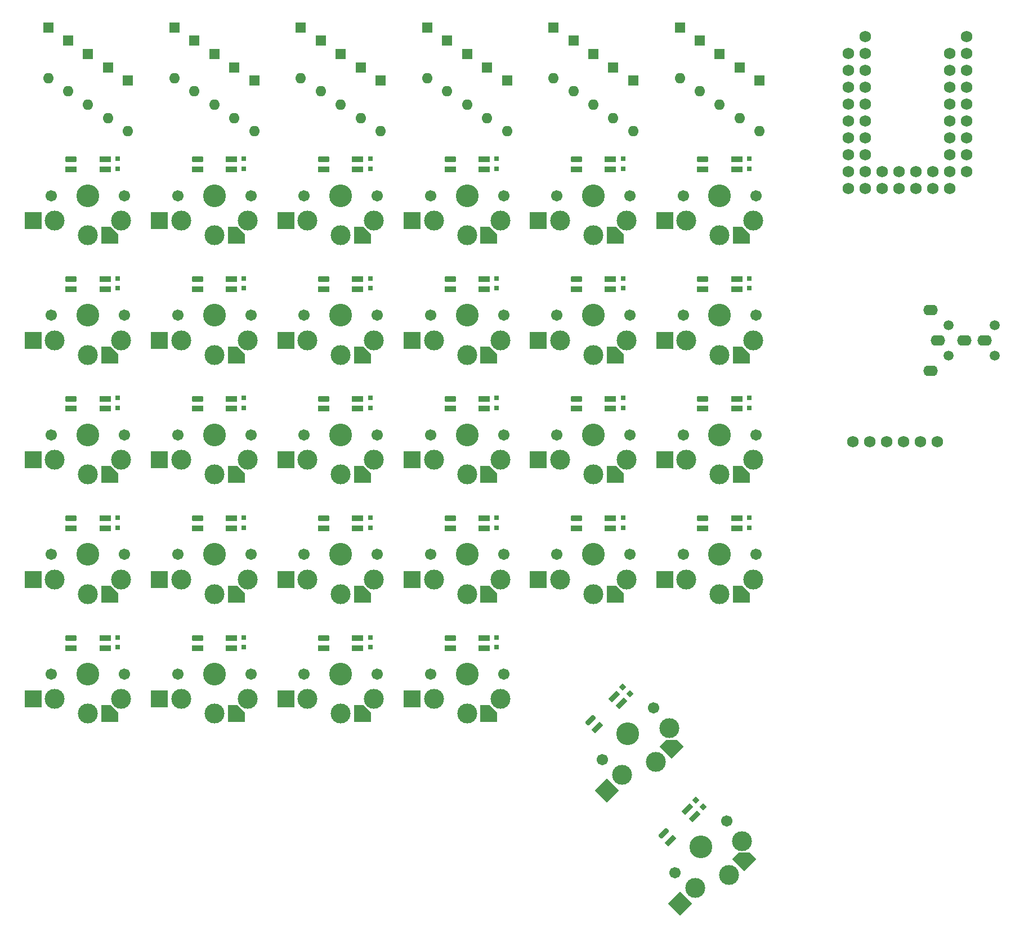
<source format=gbs>
G04 #@! TF.GenerationSoftware,KiCad,Pcbnew,(6.0.2)*
G04 #@! TF.CreationDate,2022-04-13T18:46:02+02:00*
G04 #@! TF.ProjectId,SPKB,53504b42-2e6b-4696-9361-645f70636258,rev?*
G04 #@! TF.SameCoordinates,Original*
G04 #@! TF.FileFunction,Soldermask,Bot*
G04 #@! TF.FilePolarity,Negative*
%FSLAX46Y46*%
G04 Gerber Fmt 4.6, Leading zero omitted, Abs format (unit mm)*
G04 Created by KiCad (PCBNEW (6.0.2)) date 2022-04-13 18:46:02*
%MOMM*%
%LPD*%
G01*
G04 APERTURE LIST*
G04 Aperture macros list*
%AMRoundRect*
0 Rectangle with rounded corners*
0 $1 Rounding radius*
0 $2 $3 $4 $5 $6 $7 $8 $9 X,Y pos of 4 corners*
0 Add a 4 corners polygon primitive as box body*
4,1,4,$2,$3,$4,$5,$6,$7,$8,$9,$2,$3,0*
0 Add four circle primitives for the rounded corners*
1,1,$1+$1,$2,$3*
1,1,$1+$1,$4,$5*
1,1,$1+$1,$6,$7*
1,1,$1+$1,$8,$9*
0 Add four rect primitives between the rounded corners*
20,1,$1+$1,$2,$3,$4,$5,0*
20,1,$1+$1,$4,$5,$6,$7,0*
20,1,$1+$1,$6,$7,$8,$9,0*
20,1,$1+$1,$8,$9,$2,$3,0*%
%AMRotRect*
0 Rectangle, with rotation*
0 The origin of the aperture is its center*
0 $1 length*
0 $2 width*
0 $3 Rotation angle, in degrees counterclockwise*
0 Add horizontal line*
21,1,$1,$2,0,0,$3*%
%AMOutline5P*
0 Free polygon, 5 corners , with rotation*
0 The origin of the aperture is its center*
0 number of corners: always 5*
0 $1 to $10 corner X, Y*
0 $11 Rotation angle, in degrees counterclockwise*
0 create outline with 5 corners*
4,1,5,$1,$2,$3,$4,$5,$6,$7,$8,$9,$10,$1,$2,$11*%
%AMOutline6P*
0 Free polygon, 6 corners , with rotation*
0 The origin of the aperture is its center*
0 number of corners: always 6*
0 $1 to $12 corner X, Y*
0 $13 Rotation angle, in degrees counterclockwise*
0 create outline with 6 corners*
4,1,6,$1,$2,$3,$4,$5,$6,$7,$8,$9,$10,$11,$12,$1,$2,$13*%
%AMOutline7P*
0 Free polygon, 7 corners , with rotation*
0 The origin of the aperture is its center*
0 number of corners: always 7*
0 $1 to $14 corner X, Y*
0 $15 Rotation angle, in degrees counterclockwise*
0 create outline with 7 corners*
4,1,7,$1,$2,$3,$4,$5,$6,$7,$8,$9,$10,$11,$12,$13,$14,$1,$2,$15*%
%AMOutline8P*
0 Free polygon, 8 corners , with rotation*
0 The origin of the aperture is its center*
0 number of corners: always 8*
0 $1 to $16 corner X, Y*
0 $17 Rotation angle, in degrees counterclockwise*
0 create outline with 8 corners*
4,1,8,$1,$2,$3,$4,$5,$6,$7,$8,$9,$10,$11,$12,$13,$14,$15,$16,$1,$2,$17*%
G04 Aperture macros list end*
%ADD10C,1.500000*%
%ADD11O,2.200000X1.600000*%
%ADD12C,3.000000*%
%ADD13C,1.701800*%
%ADD14C,3.429000*%
%ADD15Outline5P,-1.300000X1.300000X0.130000X1.300000X1.300000X0.130000X1.300000X-1.300000X-1.300000X-1.300000X0.000000*%
%ADD16R,2.600000X2.600000*%
%ADD17RoundRect,0.205000X-0.645000X-0.205000X0.645000X-0.205000X0.645000X0.205000X-0.645000X0.205000X0*%
%ADD18R,1.700000X0.820000*%
%ADD19R,0.750000X0.800000*%
%ADD20R,1.600000X1.600000*%
%ADD21O,1.600000X1.600000*%
%ADD22C,1.752600*%
%ADD23Outline5P,-1.300000X1.300000X0.130000X1.300000X1.300000X0.130000X1.300000X-1.300000X-1.300000X-1.300000X45.000000*%
%ADD24RotRect,2.600000X2.600000X45.000000*%
%ADD25RoundRect,0.205000X-0.311127X-0.601041X0.601041X0.311127X0.311127X0.601041X-0.601041X-0.311127X0*%
%ADD26RotRect,1.700000X0.820000X45.000000*%
%ADD27RotRect,0.800000X0.750000X135.000000*%
G04 APERTURE END LIST*
D10*
X168400000Y-79100000D03*
X175400000Y-79100000D03*
D11*
X165700000Y-81400000D03*
X165700000Y-72200000D03*
X166800000Y-76800000D03*
X173800000Y-76800000D03*
D10*
X168400000Y-74500000D03*
X175400000Y-74500000D03*
D11*
X170800000Y-76800000D03*
D12*
X91000000Y-58750000D03*
X96000000Y-60950000D03*
X101000000Y-58750000D03*
D13*
X90500000Y-55000000D03*
D14*
X96000000Y-55000000D03*
D13*
X101500000Y-55000000D03*
D15*
X99275000Y-60950000D03*
D16*
X87725000Y-58750000D03*
D17*
X93450000Y-49560000D03*
D18*
X93450000Y-51060000D03*
D19*
X100450000Y-50950000D03*
D18*
X98550000Y-51060000D03*
X98550000Y-49560000D03*
D19*
X100450000Y-49450000D03*
D12*
X91000000Y-94750000D03*
X96000000Y-96950000D03*
X101000000Y-94750000D03*
D13*
X90500000Y-91000000D03*
D14*
X96000000Y-91000000D03*
D13*
X101500000Y-91000000D03*
D15*
X99275000Y-96950000D03*
D16*
X87725000Y-94750000D03*
D17*
X93450000Y-85560000D03*
D18*
X93450000Y-87060000D03*
D19*
X100450000Y-86950000D03*
D18*
X98550000Y-87060000D03*
X98550000Y-85560000D03*
D19*
X100450000Y-85450000D03*
D12*
X129000000Y-58750000D03*
X134000000Y-60950000D03*
X139000000Y-58750000D03*
D13*
X128500000Y-55000000D03*
D14*
X134000000Y-55000000D03*
D13*
X139500000Y-55000000D03*
D15*
X137275000Y-60950000D03*
D16*
X125725000Y-58750000D03*
D17*
X131450000Y-49560000D03*
D18*
X131450000Y-51060000D03*
D19*
X138450000Y-50950000D03*
D18*
X136550000Y-51060000D03*
X136550000Y-49560000D03*
D19*
X138450000Y-49450000D03*
D12*
X91000000Y-76750000D03*
X96000000Y-78950000D03*
X101000000Y-76750000D03*
D13*
X90500000Y-73000000D03*
D14*
X96000000Y-73000000D03*
D13*
X101500000Y-73000000D03*
D15*
X99275000Y-78950000D03*
D16*
X87725000Y-76750000D03*
D17*
X93450000Y-67560000D03*
D18*
X93450000Y-69060000D03*
D19*
X100450000Y-68950000D03*
D18*
X98550000Y-69060000D03*
X98550000Y-67560000D03*
D19*
X100450000Y-67450000D03*
D12*
X34000000Y-94750000D03*
X39000000Y-96950000D03*
X44000000Y-94750000D03*
D13*
X33500000Y-91000000D03*
D14*
X39000000Y-91000000D03*
D13*
X44500000Y-91000000D03*
D15*
X42275000Y-96950000D03*
D16*
X30725000Y-94750000D03*
D17*
X36450000Y-85560000D03*
D18*
X36450000Y-87060000D03*
D19*
X43450000Y-86950000D03*
D18*
X41550000Y-87060000D03*
X41550000Y-85560000D03*
D19*
X43450000Y-85450000D03*
D20*
X112000000Y-31690000D03*
D21*
X112000000Y-39310000D03*
D12*
X34000000Y-130750000D03*
X39000000Y-132950000D03*
X44000000Y-130750000D03*
D13*
X33500000Y-127000000D03*
D14*
X39000000Y-127000000D03*
D13*
X44500000Y-127000000D03*
D15*
X42275000Y-132950000D03*
D16*
X30725000Y-130750000D03*
D17*
X36450000Y-121560000D03*
D18*
X36450000Y-123060000D03*
D19*
X43450000Y-122950000D03*
D18*
X41550000Y-123060000D03*
X41550000Y-121560000D03*
D19*
X43450000Y-121450000D03*
D12*
X72000000Y-130750000D03*
X77000000Y-132950000D03*
X82000000Y-130750000D03*
D13*
X71500000Y-127000000D03*
D14*
X77000000Y-127000000D03*
D13*
X82500000Y-127000000D03*
D15*
X80275000Y-132950000D03*
D16*
X68725000Y-130750000D03*
D17*
X74450000Y-121560000D03*
D18*
X74450000Y-123060000D03*
D19*
X81450000Y-122950000D03*
D18*
X79550000Y-123060000D03*
X79550000Y-121560000D03*
D19*
X81450000Y-121450000D03*
D12*
X34000000Y-58750000D03*
X39000000Y-60950000D03*
X44000000Y-58750000D03*
D13*
X33500000Y-55000000D03*
D14*
X39000000Y-55000000D03*
D13*
X44500000Y-55000000D03*
D15*
X42275000Y-60950000D03*
D16*
X30725000Y-58750000D03*
D17*
X36450000Y-49560000D03*
D18*
X36450000Y-51060000D03*
D19*
X43450000Y-50950000D03*
D18*
X41550000Y-51060000D03*
X41550000Y-49560000D03*
D19*
X43450000Y-49450000D03*
D20*
X80000000Y-35690000D03*
D21*
X80000000Y-43310000D03*
D20*
X64000000Y-37690000D03*
D21*
X64000000Y-45310000D03*
D20*
X71000000Y-29690000D03*
D21*
X71000000Y-37310000D03*
D20*
X102000000Y-37690000D03*
D21*
X102000000Y-45310000D03*
D12*
X110000000Y-112750000D03*
X115000000Y-114950000D03*
X120000000Y-112750000D03*
D13*
X109500000Y-109000000D03*
D14*
X115000000Y-109000000D03*
D13*
X120500000Y-109000000D03*
D15*
X118275000Y-114950000D03*
D16*
X106725000Y-112750000D03*
D17*
X112450000Y-103560000D03*
D18*
X112450000Y-105060000D03*
D19*
X119450000Y-104950000D03*
D18*
X117550000Y-105060000D03*
X117550000Y-103560000D03*
D19*
X119450000Y-103450000D03*
D20*
X137000000Y-35690000D03*
D21*
X137000000Y-43310000D03*
D12*
X72000000Y-94750000D03*
X77000000Y-96950000D03*
X82000000Y-94750000D03*
D13*
X71500000Y-91000000D03*
D14*
X77000000Y-91000000D03*
D13*
X82500000Y-91000000D03*
D15*
X80275000Y-96950000D03*
D16*
X68725000Y-94750000D03*
D17*
X74450000Y-85560000D03*
D18*
X74450000Y-87060000D03*
D19*
X81450000Y-86950000D03*
D18*
X79550000Y-87060000D03*
X79550000Y-85560000D03*
D19*
X81450000Y-85450000D03*
D20*
X109000000Y-29690000D03*
D21*
X109000000Y-37310000D03*
D20*
X140000000Y-37690000D03*
D21*
X140000000Y-45310000D03*
D12*
X53000000Y-76750000D03*
X58000000Y-78950000D03*
X63000000Y-76750000D03*
D13*
X52500000Y-73000000D03*
D14*
X58000000Y-73000000D03*
D13*
X63500000Y-73000000D03*
D15*
X61275000Y-78950000D03*
D16*
X49725000Y-76750000D03*
D17*
X55450000Y-67560000D03*
D18*
X55450000Y-69060000D03*
D19*
X62450000Y-68950000D03*
D18*
X60550000Y-69060000D03*
X60550000Y-67560000D03*
D19*
X62450000Y-67450000D03*
D20*
X134000000Y-33690000D03*
D21*
X134000000Y-41310000D03*
D20*
X61000000Y-35690000D03*
D21*
X61000000Y-43310000D03*
D22*
X166700000Y-92000000D03*
X154000000Y-92000000D03*
X156540000Y-92000000D03*
X159080000Y-92000000D03*
X161620000Y-92000000D03*
X164160000Y-92000000D03*
D20*
X36000000Y-31690000D03*
D21*
X36000000Y-39310000D03*
D12*
X53000000Y-130750000D03*
X58000000Y-132950000D03*
X63000000Y-130750000D03*
D13*
X52500000Y-127000000D03*
D14*
X58000000Y-127000000D03*
D13*
X63500000Y-127000000D03*
D15*
X61275000Y-132950000D03*
D16*
X49725000Y-130750000D03*
D17*
X55450000Y-121560000D03*
D18*
X55450000Y-123060000D03*
D19*
X62450000Y-122950000D03*
D18*
X60550000Y-123060000D03*
X60550000Y-121560000D03*
D19*
X62450000Y-121450000D03*
D20*
X131000000Y-31690000D03*
D21*
X131000000Y-39310000D03*
D12*
X110000000Y-76750000D03*
X115000000Y-78950000D03*
X120000000Y-76750000D03*
D13*
X109500000Y-73000000D03*
D14*
X115000000Y-73000000D03*
D13*
X120500000Y-73000000D03*
D15*
X118275000Y-78950000D03*
D16*
X106725000Y-76750000D03*
D17*
X112450000Y-67560000D03*
D18*
X112450000Y-69060000D03*
D19*
X119450000Y-68950000D03*
D18*
X117550000Y-69060000D03*
X117550000Y-67560000D03*
D19*
X119450000Y-67450000D03*
D20*
X33000000Y-29690000D03*
D21*
X33000000Y-37310000D03*
D12*
X53000000Y-94750000D03*
X58000000Y-96950000D03*
X63000000Y-94750000D03*
D13*
X52500000Y-91000000D03*
D14*
X58000000Y-91000000D03*
D13*
X63500000Y-91000000D03*
D15*
X61275000Y-96950000D03*
D16*
X49725000Y-94750000D03*
D17*
X55450000Y-85560000D03*
D18*
X55450000Y-87060000D03*
D19*
X62450000Y-86950000D03*
D18*
X60550000Y-87060000D03*
X60550000Y-85560000D03*
D19*
X62450000Y-85450000D03*
D12*
X129000000Y-112750000D03*
X134000000Y-114950000D03*
X139000000Y-112750000D03*
D13*
X128500000Y-109000000D03*
D14*
X134000000Y-109000000D03*
D13*
X139500000Y-109000000D03*
D15*
X137275000Y-114950000D03*
D16*
X125725000Y-112750000D03*
D17*
X131450000Y-103560000D03*
D18*
X131450000Y-105060000D03*
D19*
X138450000Y-104950000D03*
D18*
X136550000Y-105060000D03*
X136550000Y-103560000D03*
D19*
X138450000Y-103450000D03*
D20*
X90000000Y-29690000D03*
D21*
X90000000Y-37310000D03*
D20*
X55000000Y-31690000D03*
D21*
X55000000Y-39310000D03*
D20*
X115000000Y-33690000D03*
D21*
X115000000Y-41310000D03*
D20*
X128000000Y-29690000D03*
D21*
X128000000Y-37310000D03*
D12*
X91000000Y-130750000D03*
X96000000Y-132950000D03*
X101000000Y-130750000D03*
D13*
X90500000Y-127000000D03*
D14*
X96000000Y-127000000D03*
D13*
X101500000Y-127000000D03*
D15*
X99275000Y-132950000D03*
D16*
X87725000Y-130750000D03*
D17*
X93450000Y-121560000D03*
D18*
X93450000Y-123060000D03*
D19*
X100450000Y-122950000D03*
D18*
X98550000Y-123060000D03*
X98550000Y-121560000D03*
D19*
X100450000Y-121450000D03*
D12*
X119316117Y-142187184D03*
X124407285Y-140207285D03*
X126387184Y-135116117D03*
D13*
X116310913Y-139889087D03*
D14*
X120200000Y-136000000D03*
D13*
X124089087Y-132110913D03*
D23*
X126723060Y-137891511D03*
D24*
X117000342Y-144502959D03*
D25*
X114550217Y-133956461D03*
D26*
X115610877Y-135017122D03*
D27*
X120482843Y-129989592D03*
D26*
X119217122Y-131410877D03*
X118156461Y-130350217D03*
D27*
X119422183Y-128928932D03*
D20*
X52000000Y-29690000D03*
D21*
X52000000Y-37310000D03*
D20*
X83000000Y-37690000D03*
D21*
X83000000Y-45310000D03*
D20*
X121000000Y-37690000D03*
D21*
X121000000Y-45310000D03*
D20*
X58000000Y-33690000D03*
D21*
X58000000Y-41310000D03*
D12*
X72000000Y-112750000D03*
X77000000Y-114950000D03*
X82000000Y-112750000D03*
D13*
X71500000Y-109000000D03*
D14*
X77000000Y-109000000D03*
D13*
X82500000Y-109000000D03*
D15*
X80275000Y-114950000D03*
D16*
X68725000Y-112750000D03*
D17*
X74450000Y-103560000D03*
D18*
X74450000Y-105060000D03*
D19*
X81450000Y-104950000D03*
D18*
X79550000Y-105060000D03*
X79550000Y-103560000D03*
D19*
X81450000Y-103450000D03*
D20*
X42000000Y-35690000D03*
D21*
X42000000Y-43310000D03*
D12*
X129000000Y-76750000D03*
X134000000Y-78950000D03*
X139000000Y-76750000D03*
D13*
X128500000Y-73000000D03*
D14*
X134000000Y-73000000D03*
D13*
X139500000Y-73000000D03*
D15*
X137275000Y-78950000D03*
D16*
X125725000Y-76750000D03*
D17*
X131450000Y-67560000D03*
D18*
X131450000Y-69060000D03*
D19*
X138450000Y-68950000D03*
D18*
X136550000Y-69060000D03*
X136550000Y-67560000D03*
D19*
X138450000Y-67450000D03*
D12*
X91000000Y-112750000D03*
X96000000Y-114950000D03*
X101000000Y-112750000D03*
D13*
X90500000Y-109000000D03*
D14*
X96000000Y-109000000D03*
D13*
X101500000Y-109000000D03*
D15*
X99275000Y-114950000D03*
D16*
X87725000Y-112750000D03*
D17*
X93450000Y-103560000D03*
D18*
X93450000Y-105060000D03*
D19*
X100450000Y-104950000D03*
D18*
X98550000Y-105060000D03*
X98550000Y-103560000D03*
D19*
X100450000Y-103450000D03*
D12*
X72000000Y-58750000D03*
X77000000Y-60950000D03*
X82000000Y-58750000D03*
D13*
X71500000Y-55000000D03*
D14*
X77000000Y-55000000D03*
D13*
X82500000Y-55000000D03*
D15*
X80275000Y-60950000D03*
D16*
X68725000Y-58750000D03*
D17*
X74450000Y-49560000D03*
D18*
X74450000Y-51060000D03*
D19*
X81450000Y-50950000D03*
D18*
X79550000Y-51060000D03*
X79550000Y-49560000D03*
D19*
X81450000Y-49450000D03*
D20*
X118000000Y-35690000D03*
D21*
X118000000Y-43310000D03*
D12*
X130316117Y-159187184D03*
X135407285Y-157207285D03*
X137387184Y-152116117D03*
D13*
X127310913Y-156889087D03*
D14*
X131200000Y-153000000D03*
D13*
X135089087Y-149110913D03*
D23*
X137723060Y-154891511D03*
D24*
X128000342Y-161502959D03*
D25*
X125550217Y-150956461D03*
D26*
X126610877Y-152017122D03*
D27*
X131482843Y-146989592D03*
D26*
X130217122Y-148410877D03*
X129156461Y-147350217D03*
D27*
X130422183Y-145928932D03*
D12*
X53000000Y-112750000D03*
X58000000Y-114950000D03*
X63000000Y-112750000D03*
D13*
X52500000Y-109000000D03*
D14*
X58000000Y-109000000D03*
D13*
X63500000Y-109000000D03*
D15*
X61275000Y-114950000D03*
D16*
X49725000Y-112750000D03*
D17*
X55450000Y-103560000D03*
D18*
X55450000Y-105060000D03*
D19*
X62450000Y-104950000D03*
D18*
X60550000Y-105060000D03*
X60550000Y-103560000D03*
D19*
X62450000Y-103450000D03*
D12*
X129000000Y-94750000D03*
X134000000Y-96950000D03*
X139000000Y-94750000D03*
D13*
X128500000Y-91000000D03*
D14*
X134000000Y-91000000D03*
D13*
X139500000Y-91000000D03*
D15*
X137275000Y-96950000D03*
D16*
X125725000Y-94750000D03*
D17*
X131450000Y-85560000D03*
D18*
X131450000Y-87060000D03*
D19*
X138450000Y-86950000D03*
D18*
X136550000Y-87060000D03*
X136550000Y-85560000D03*
D19*
X138450000Y-85450000D03*
D12*
X110000000Y-94750000D03*
X115000000Y-96950000D03*
X120000000Y-94750000D03*
D13*
X109500000Y-91000000D03*
D14*
X115000000Y-91000000D03*
D13*
X120500000Y-91000000D03*
D15*
X118275000Y-96950000D03*
D16*
X106725000Y-94750000D03*
D17*
X112450000Y-85560000D03*
D18*
X112450000Y-87060000D03*
D19*
X119450000Y-86950000D03*
D18*
X117550000Y-87060000D03*
X117550000Y-85560000D03*
D19*
X119450000Y-85450000D03*
D20*
X99000000Y-35690000D03*
D21*
X99000000Y-43310000D03*
D22*
X171160000Y-31050000D03*
X153380000Y-33590000D03*
X171160000Y-33590000D03*
X153380000Y-36130000D03*
X171160000Y-36130000D03*
X153380000Y-38670000D03*
X153380000Y-41210000D03*
X171160000Y-38670000D03*
X153380000Y-43750000D03*
X171160000Y-41210000D03*
X171160000Y-43750000D03*
X153380000Y-46290000D03*
X153380000Y-48830000D03*
X171160000Y-46290000D03*
X171160000Y-48830000D03*
X153380000Y-51370000D03*
X153380000Y-53910000D03*
X171160000Y-51370000D03*
X155920000Y-53910000D03*
X158460000Y-53910000D03*
X166080000Y-51370000D03*
X163540000Y-51370000D03*
X161000000Y-53910000D03*
X161000000Y-51370000D03*
X163540000Y-53910000D03*
X166080000Y-53910000D03*
X158460000Y-51370000D03*
X168620000Y-53910000D03*
X155920000Y-51370000D03*
X155920000Y-48830000D03*
X168620000Y-48830000D03*
X155920000Y-46290000D03*
X155920000Y-43750000D03*
X168620000Y-46290000D03*
X168620000Y-43750000D03*
X155920000Y-41210000D03*
X168620000Y-41210000D03*
X155920000Y-38670000D03*
X168620000Y-38670000D03*
X155920000Y-36130000D03*
X168620000Y-36130000D03*
X155920000Y-33590000D03*
X155920000Y-31050000D03*
X168620000Y-33590000D03*
X168620000Y-51370000D03*
D20*
X96000000Y-33690000D03*
D21*
X96000000Y-41310000D03*
D12*
X72000000Y-76750000D03*
X77000000Y-78950000D03*
X82000000Y-76750000D03*
D13*
X71500000Y-73000000D03*
D14*
X77000000Y-73000000D03*
D13*
X82500000Y-73000000D03*
D15*
X80275000Y-78950000D03*
D16*
X68725000Y-76750000D03*
D17*
X74450000Y-67560000D03*
D18*
X74450000Y-69060000D03*
D19*
X81450000Y-68950000D03*
D18*
X79550000Y-69060000D03*
X79550000Y-67560000D03*
D19*
X81450000Y-67450000D03*
D12*
X34000000Y-76750000D03*
X39000000Y-78950000D03*
X44000000Y-76750000D03*
D13*
X33500000Y-73000000D03*
D14*
X39000000Y-73000000D03*
D13*
X44500000Y-73000000D03*
D15*
X42275000Y-78950000D03*
D16*
X30725000Y-76750000D03*
D17*
X36450000Y-67560000D03*
D18*
X36450000Y-69060000D03*
D19*
X43450000Y-68950000D03*
D18*
X41550000Y-69060000D03*
X41550000Y-67560000D03*
D19*
X43450000Y-67450000D03*
D12*
X53000000Y-58750000D03*
X58000000Y-60950000D03*
X63000000Y-58750000D03*
D13*
X52500000Y-55000000D03*
D14*
X58000000Y-55000000D03*
D13*
X63500000Y-55000000D03*
D15*
X61275000Y-60950000D03*
D16*
X49725000Y-58750000D03*
D17*
X55450000Y-49560000D03*
D18*
X55450000Y-51060000D03*
D19*
X62450000Y-50950000D03*
D18*
X60550000Y-51060000D03*
X60550000Y-49560000D03*
D19*
X62450000Y-49450000D03*
D20*
X45000000Y-37690000D03*
D21*
X45000000Y-45310000D03*
D20*
X77000000Y-33690000D03*
D21*
X77000000Y-41310000D03*
D12*
X110000000Y-58750000D03*
X115000000Y-60950000D03*
X120000000Y-58750000D03*
D13*
X109500000Y-55000000D03*
D14*
X115000000Y-55000000D03*
D13*
X120500000Y-55000000D03*
D15*
X118275000Y-60950000D03*
D16*
X106725000Y-58750000D03*
D17*
X112450000Y-49560000D03*
D18*
X112450000Y-51060000D03*
D19*
X119450000Y-50950000D03*
D18*
X117550000Y-51060000D03*
X117550000Y-49560000D03*
D19*
X119450000Y-49450000D03*
D20*
X74000000Y-31690000D03*
D21*
X74000000Y-39310000D03*
D12*
X34000000Y-112750000D03*
X39000000Y-114950000D03*
X44000000Y-112750000D03*
D13*
X33500000Y-109000000D03*
D14*
X39000000Y-109000000D03*
D13*
X44500000Y-109000000D03*
D15*
X42275000Y-114950000D03*
D16*
X30725000Y-112750000D03*
D17*
X36450000Y-103560000D03*
D18*
X36450000Y-105060000D03*
D19*
X43450000Y-104950000D03*
D18*
X41550000Y-105060000D03*
X41550000Y-103560000D03*
D19*
X43450000Y-103450000D03*
D20*
X93000000Y-31690000D03*
D21*
X93000000Y-39310000D03*
D20*
X39000000Y-33690000D03*
D21*
X39000000Y-41310000D03*
M02*

</source>
